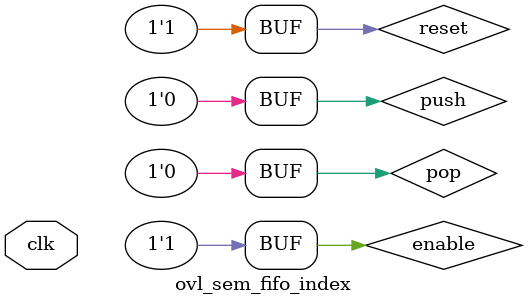
<source format=sv>
module ovl_sem_fifo_index(input logic clk);
  logic reset = 1'b1;
  logic enable = 1'b1;
  logic [0:0] push = 1'b0;
`ifdef FAIL
  logic [0:0] pop = 1'b1;
`else
  logic [0:0] pop = 1'b0;
`endif

  ovl_fifo_index #(
      .depth(2),
      .push_width(1),
      .pop_width(1),
      .simultaneous_push_pop(1)) dut (
      .clock(clk),
      .reset(reset),
      .enable(enable),
      .push(push),
      .pop(pop),
      .fire());
endmodule

</source>
